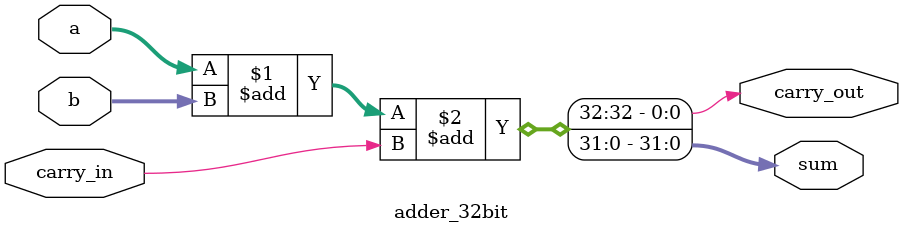
<source format=v>
module adder_32bit (sum, carry_out, a, b, carry_in);
   output [31:0] sum;
   output        carry_out;
   input  [31:0] a, b;
   input         carry_in;

   wire   [31:0] Sum;
   wire          carry_out; 
	
	assign {carry_out, sum} = a + b + carry_in;
	
	
endmodule

</source>
